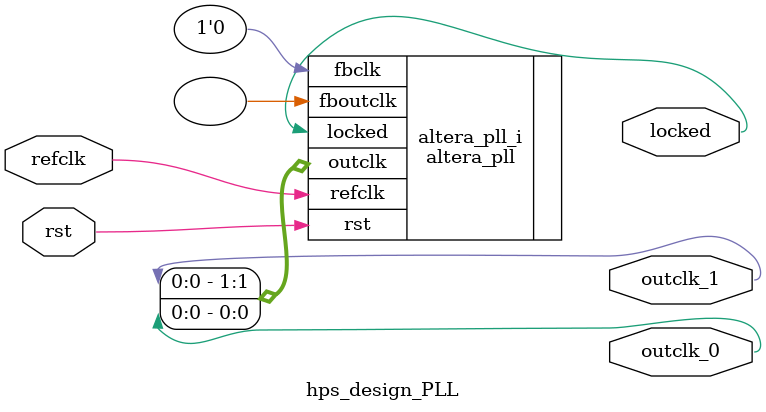
<source format=v>
`timescale 1ns/10ps
module  hps_design_PLL(

	// interface 'refclk'
	input wire refclk,

	// interface 'reset'
	input wire rst,

	// interface 'outclk0'
	output wire outclk_0,

	// interface 'outclk1'
	output wire outclk_1,

	// interface 'locked'
	output wire locked
);

	altera_pll #(
		.fractional_vco_multiplier("false"),
		.reference_clock_frequency("100.0 MHz"),
		.operation_mode("direct"),
		.number_of_clocks(2),
		.output_clock_frequency0("100.000000 MHz"),
		.phase_shift0("0 ps"),
		.duty_cycle0(50),
		.output_clock_frequency1("100.000000 MHz"),
		.phase_shift1("0 ps"),
		.duty_cycle1(50),
		.output_clock_frequency2("0 MHz"),
		.phase_shift2("0 ps"),
		.duty_cycle2(50),
		.output_clock_frequency3("0 MHz"),
		.phase_shift3("0 ps"),
		.duty_cycle3(50),
		.output_clock_frequency4("0 MHz"),
		.phase_shift4("0 ps"),
		.duty_cycle4(50),
		.output_clock_frequency5("0 MHz"),
		.phase_shift5("0 ps"),
		.duty_cycle5(50),
		.output_clock_frequency6("0 MHz"),
		.phase_shift6("0 ps"),
		.duty_cycle6(50),
		.output_clock_frequency7("0 MHz"),
		.phase_shift7("0 ps"),
		.duty_cycle7(50),
		.output_clock_frequency8("0 MHz"),
		.phase_shift8("0 ps"),
		.duty_cycle8(50),
		.output_clock_frequency9("0 MHz"),
		.phase_shift9("0 ps"),
		.duty_cycle9(50),
		.output_clock_frequency10("0 MHz"),
		.phase_shift10("0 ps"),
		.duty_cycle10(50),
		.output_clock_frequency11("0 MHz"),
		.phase_shift11("0 ps"),
		.duty_cycle11(50),
		.output_clock_frequency12("0 MHz"),
		.phase_shift12("0 ps"),
		.duty_cycle12(50),
		.output_clock_frequency13("0 MHz"),
		.phase_shift13("0 ps"),
		.duty_cycle13(50),
		.output_clock_frequency14("0 MHz"),
		.phase_shift14("0 ps"),
		.duty_cycle14(50),
		.output_clock_frequency15("0 MHz"),
		.phase_shift15("0 ps"),
		.duty_cycle15(50),
		.output_clock_frequency16("0 MHz"),
		.phase_shift16("0 ps"),
		.duty_cycle16(50),
		.output_clock_frequency17("0 MHz"),
		.phase_shift17("0 ps"),
		.duty_cycle17(50),
		.pll_type("General"),
		.pll_subtype("General")
	) altera_pll_i (
		.rst	(rst),
		.outclk	({outclk_1, outclk_0}),
		.locked	(locked),
		.fboutclk	( ),
		.fbclk	(1'b0),
		.refclk	(refclk)
	);
endmodule


</source>
